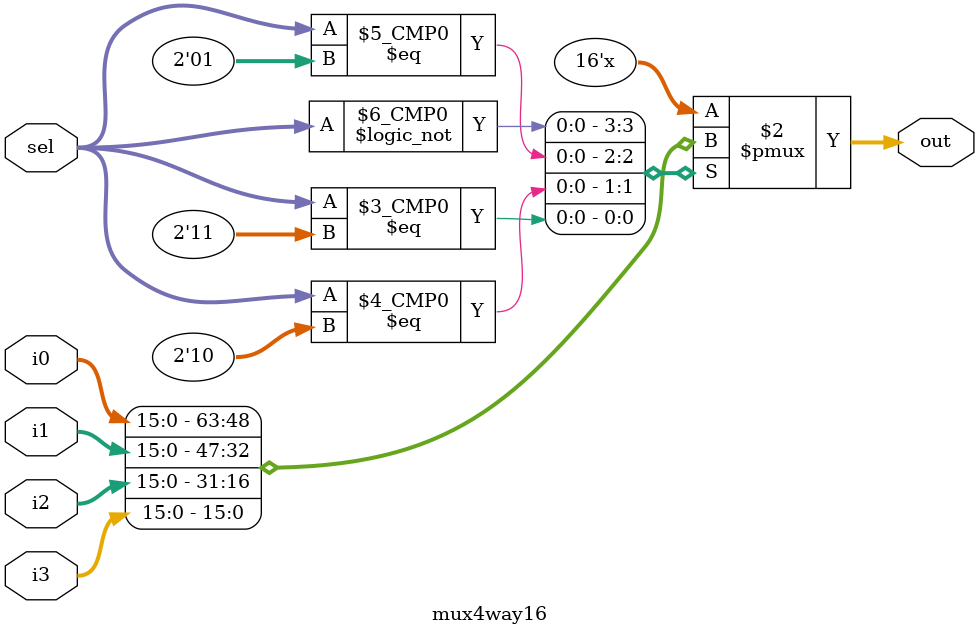
<source format=v>

module mux4way16 (
    input [15:0] i0, 
    input [15:0] i1, 
    input [15:0] i2, 
    input [15:0] i3, 
    input [1:0] sel,  
    output reg [15:0] out 
);

    always @(*) begin
        case(sel)
            2'b00: out = i0; 
            2'b01: out = i1;
            2'b10: out = i2; 
            2'b11: out = i3; 
            default: out = 16'b0;
        endcase
    end
endmodule

</source>
